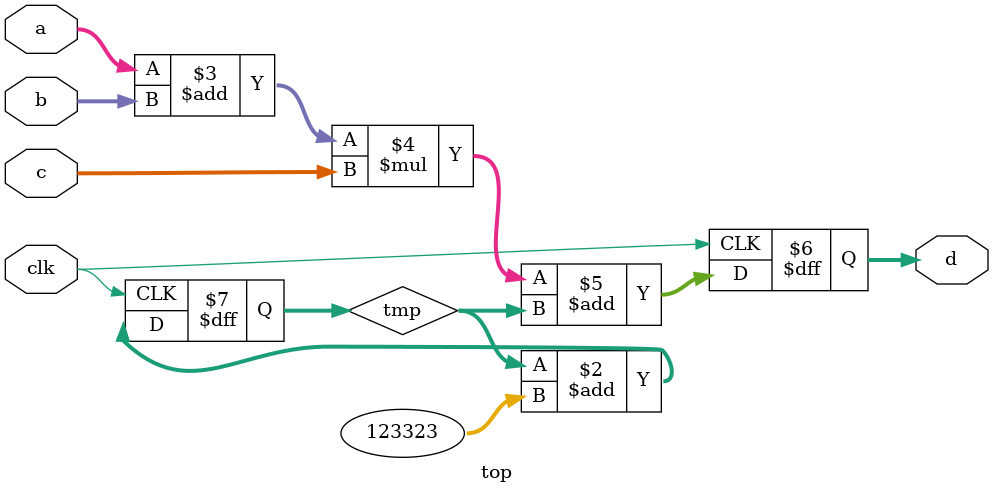
<source format=v>
module top (
	input clk,
	input [31:0] a,
	input [31:0] b,
    input [7:0] c,

	output reg [63:0] d
);

    reg [63:0] tmp;
	always @(posedge clk) begin
        tmp <= tmp + 123323;
		d <= (a + b) * c + tmp;
	end
    
endmodule

</source>
